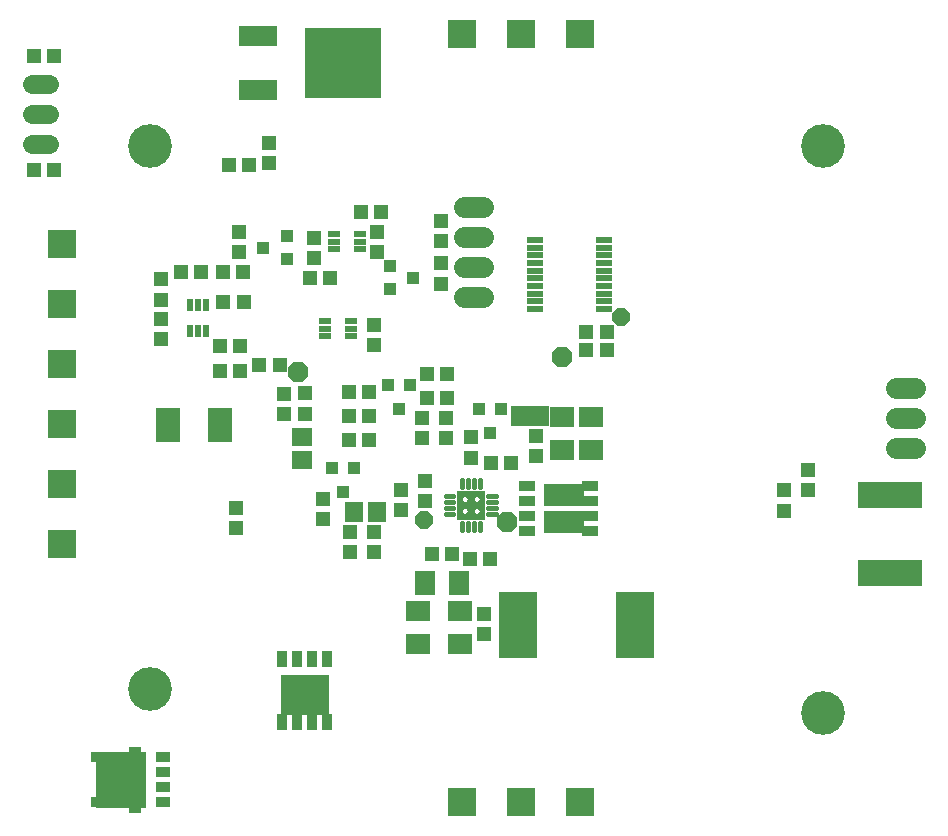
<source format=gts>
G75*
%MOIN*%
%OFA0B0*%
%FSLAX25Y25*%
%IPPOS*%
%LPD*%
%AMOC8*
5,1,8,0,0,1.08239X$1,22.5*
%
%ADD10C,0.14580*%
%ADD11R,0.04934X0.05052*%
%ADD12R,0.04737X0.05131*%
%ADD13R,0.05131X0.04737*%
%ADD14R,0.05052X0.04934*%
%ADD15R,0.07887X0.07099*%
%ADD16R,0.25209X0.23635*%
%ADD17R,0.12611X0.07099*%
%ADD18R,0.03950X0.04343*%
%ADD19R,0.04343X0.03950*%
%ADD20R,0.04737X0.03753*%
%ADD21R,0.16765X0.18753*%
%ADD22R,0.04154X0.02244*%
%ADD23R,0.02165X0.03543*%
%ADD24C,0.01654*%
%ADD25C,0.00039*%
%ADD26R,0.05524X0.01981*%
%ADD27R,0.01969X0.03937*%
%ADD28C,0.07137*%
%ADD29R,0.09658X0.09658*%
%ADD30R,0.13005X0.22454*%
%ADD31C,0.06400*%
%ADD32R,0.05800X0.03202*%
%ADD33R,0.13595X0.07296*%
%ADD34R,0.03937X0.01969*%
%ADD35R,0.03202X0.05800*%
%ADD36R,0.15945X0.13346*%
%ADD37R,0.07887X0.11430*%
%ADD38R,0.06706X0.05918*%
%ADD39R,0.05918X0.06706*%
%ADD40R,0.07099X0.07898*%
%ADD41R,0.21666X0.08674*%
%ADD42OC8,0.06737*%
%ADD43R,0.06737X0.06737*%
%ADD44OC8,0.05950*%
D10*
X0073441Y0081315D03*
X0073441Y0262417D03*
X0297850Y0262417D03*
X0297850Y0073441D03*
D11*
X0225705Y0194591D03*
X0218815Y0194591D03*
X0218815Y0200591D03*
X0225705Y0200591D03*
X0116705Y0189591D03*
X0109815Y0189591D03*
X0104705Y0210591D03*
X0097815Y0210591D03*
D12*
X0097913Y0220591D03*
X0104606Y0220591D03*
X0103260Y0227244D03*
X0103260Y0233937D03*
X0090606Y0220591D03*
X0083913Y0220591D03*
X0096913Y0195929D03*
X0103606Y0195929D03*
X0103606Y0187591D03*
X0096913Y0187591D03*
X0126913Y0218591D03*
X0133606Y0218591D03*
X0143913Y0240591D03*
X0150606Y0240591D03*
X0165913Y0186591D03*
X0172606Y0186591D03*
X0180480Y0165291D03*
X0180480Y0158598D03*
X0202299Y0159197D03*
X0202299Y0165890D03*
X0157260Y0147937D03*
X0157260Y0141244D03*
X0140260Y0133937D03*
X0140260Y0127244D03*
X0139913Y0164591D03*
X0146606Y0164591D03*
X0146606Y0172591D03*
X0139913Y0172591D03*
X0139913Y0180591D03*
X0146606Y0180591D03*
X0184976Y0106441D03*
X0184976Y0099748D03*
X0041598Y0254378D03*
X0034906Y0254378D03*
X0034906Y0292378D03*
X0041598Y0292378D03*
D13*
X0099748Y0256165D03*
X0106441Y0256165D03*
X0113189Y0256701D03*
X0113189Y0263394D03*
X0149260Y0233937D03*
X0149260Y0227244D03*
X0128260Y0225244D03*
X0128260Y0231937D03*
X0148260Y0202937D03*
X0148260Y0196244D03*
X0165913Y0178591D03*
X0164260Y0171937D03*
X0164260Y0165244D03*
X0172260Y0165244D03*
X0172260Y0171937D03*
X0172606Y0178591D03*
X0187181Y0156717D03*
X0193874Y0156717D03*
X0165260Y0150937D03*
X0165260Y0144244D03*
X0148260Y0133937D03*
X0148260Y0127244D03*
X0131260Y0138244D03*
X0131260Y0144937D03*
X0102260Y0141937D03*
X0102260Y0135244D03*
X0118260Y0173244D03*
X0118260Y0179937D03*
X0077260Y0198244D03*
X0077260Y0204937D03*
X0170457Y0230693D03*
X0170457Y0237386D03*
X0292795Y0154559D03*
X0292795Y0147866D03*
X0186787Y0124866D03*
X0180094Y0124866D03*
X0174150Y0126323D03*
X0167457Y0126323D03*
D14*
X0125260Y0173146D03*
X0125260Y0180035D03*
X0077260Y0211146D03*
X0077260Y0218035D03*
X0170457Y0216594D03*
X0170457Y0223484D03*
X0284850Y0147752D03*
X0284850Y0140862D03*
D15*
X0220409Y0160969D03*
X0210961Y0160969D03*
X0210961Y0171992D03*
X0220409Y0171992D03*
X0176669Y0107504D03*
X0176669Y0096480D03*
X0162929Y0096402D03*
X0162929Y0107425D03*
D16*
X0137898Y0289984D03*
D17*
X0109630Y0280988D03*
X0109630Y0298980D03*
D18*
X0152780Y0182720D03*
X0160260Y0182720D03*
X0156520Y0174846D03*
X0141491Y0155138D03*
X0134011Y0155138D03*
X0137751Y0147264D03*
X0183165Y0174815D03*
X0190646Y0174815D03*
X0186906Y0166941D03*
D19*
X0153421Y0214850D03*
X0153421Y0222331D03*
X0161295Y0218591D03*
X0119098Y0224850D03*
X0119098Y0232331D03*
X0111224Y0228591D03*
D20*
X0077677Y0058618D03*
X0077677Y0053618D03*
X0077677Y0048618D03*
X0077677Y0043618D03*
D21*
X0063927Y0051118D03*
D22*
X0068455Y0041020D03*
X0068455Y0061217D03*
D23*
X0054862Y0043618D03*
X0054862Y0058618D03*
D24*
X0172102Y0139827D02*
X0174543Y0139827D01*
X0174543Y0141795D02*
X0172102Y0141795D01*
X0172102Y0143764D02*
X0174543Y0143764D01*
X0174543Y0145732D02*
X0172102Y0145732D01*
X0177457Y0148646D02*
X0177457Y0151087D01*
X0179425Y0151087D02*
X0179425Y0148646D01*
X0181394Y0148646D02*
X0181394Y0151087D01*
X0183362Y0151087D02*
X0183362Y0148646D01*
X0186276Y0145732D02*
X0188717Y0145732D01*
X0188717Y0143764D02*
X0186276Y0143764D01*
X0186276Y0141795D02*
X0188717Y0141795D01*
X0188717Y0139827D02*
X0186276Y0139827D01*
X0183362Y0136913D02*
X0183362Y0134472D01*
X0181394Y0134472D02*
X0181394Y0136913D01*
X0179425Y0136913D02*
X0179425Y0134472D01*
X0177457Y0134472D02*
X0177457Y0136913D01*
D25*
X0175882Y0138252D02*
X0175882Y0140811D01*
X0177457Y0140811D01*
X0177490Y0140556D01*
X0177589Y0140319D01*
X0177745Y0140115D01*
X0177949Y0139959D01*
X0178186Y0139860D01*
X0178441Y0139827D01*
X0178696Y0139860D01*
X0178933Y0139959D01*
X0179137Y0140115D01*
X0179293Y0140319D01*
X0179392Y0140556D01*
X0179425Y0140811D01*
X0181394Y0140811D01*
X0181427Y0140556D01*
X0181526Y0140319D01*
X0181682Y0140115D01*
X0181886Y0139959D01*
X0182123Y0139860D01*
X0182378Y0139827D01*
X0182633Y0139860D01*
X0182870Y0139959D01*
X0183074Y0140115D01*
X0183230Y0140319D01*
X0183329Y0140556D01*
X0183362Y0140811D01*
X0184937Y0140811D01*
X0184937Y0138252D01*
X0175882Y0138252D01*
X0175882Y0138253D02*
X0184937Y0138253D01*
X0184937Y0138291D02*
X0175882Y0138291D01*
X0175882Y0138328D02*
X0184937Y0138328D01*
X0184937Y0138366D02*
X0175882Y0138366D01*
X0175882Y0138404D02*
X0184937Y0138404D01*
X0184937Y0138442D02*
X0175882Y0138442D01*
X0175882Y0138480D02*
X0184937Y0138480D01*
X0184937Y0138518D02*
X0175882Y0138518D01*
X0175882Y0138556D02*
X0184937Y0138556D01*
X0184937Y0138594D02*
X0175882Y0138594D01*
X0175882Y0138631D02*
X0184937Y0138631D01*
X0184937Y0138669D02*
X0175882Y0138669D01*
X0175882Y0138707D02*
X0184937Y0138707D01*
X0184937Y0138745D02*
X0175882Y0138745D01*
X0175882Y0138783D02*
X0184937Y0138783D01*
X0184937Y0138821D02*
X0175882Y0138821D01*
X0175882Y0138859D02*
X0184937Y0138859D01*
X0184937Y0138897D02*
X0175882Y0138897D01*
X0175882Y0138935D02*
X0184937Y0138935D01*
X0184937Y0138972D02*
X0175882Y0138972D01*
X0175882Y0139010D02*
X0184937Y0139010D01*
X0184937Y0139048D02*
X0175882Y0139048D01*
X0175882Y0139086D02*
X0184937Y0139086D01*
X0184937Y0139124D02*
X0175882Y0139124D01*
X0175882Y0139162D02*
X0184937Y0139162D01*
X0184937Y0139200D02*
X0175882Y0139200D01*
X0175882Y0139238D02*
X0184937Y0139238D01*
X0184937Y0139275D02*
X0175882Y0139275D01*
X0175882Y0139313D02*
X0184937Y0139313D01*
X0184937Y0139351D02*
X0175882Y0139351D01*
X0175882Y0139389D02*
X0184937Y0139389D01*
X0184937Y0139427D02*
X0175882Y0139427D01*
X0175882Y0139465D02*
X0184937Y0139465D01*
X0184937Y0139503D02*
X0175882Y0139503D01*
X0175882Y0139541D02*
X0184937Y0139541D01*
X0184937Y0139579D02*
X0175882Y0139579D01*
X0175882Y0139616D02*
X0184937Y0139616D01*
X0184937Y0139654D02*
X0175882Y0139654D01*
X0175882Y0139692D02*
X0184937Y0139692D01*
X0184937Y0139730D02*
X0175882Y0139730D01*
X0175882Y0139768D02*
X0184937Y0139768D01*
X0184937Y0139806D02*
X0175882Y0139806D01*
X0175882Y0139844D02*
X0178312Y0139844D01*
X0178135Y0139882D02*
X0175882Y0139882D01*
X0175882Y0139919D02*
X0178043Y0139919D01*
X0177952Y0139957D02*
X0175882Y0139957D01*
X0175882Y0139995D02*
X0177901Y0139995D01*
X0177852Y0140033D02*
X0175882Y0140033D01*
X0175882Y0140071D02*
X0177802Y0140071D01*
X0177753Y0140109D02*
X0175882Y0140109D01*
X0175882Y0140147D02*
X0177721Y0140147D01*
X0177692Y0140185D02*
X0175882Y0140185D01*
X0175882Y0140223D02*
X0177662Y0140223D01*
X0177633Y0140260D02*
X0175882Y0140260D01*
X0175882Y0140298D02*
X0177604Y0140298D01*
X0177581Y0140336D02*
X0175882Y0140336D01*
X0175882Y0140374D02*
X0177566Y0140374D01*
X0177550Y0140412D02*
X0175882Y0140412D01*
X0175882Y0140450D02*
X0177534Y0140450D01*
X0177519Y0140488D02*
X0175882Y0140488D01*
X0175882Y0140526D02*
X0177503Y0140526D01*
X0177489Y0140563D02*
X0175882Y0140563D01*
X0175882Y0140601D02*
X0177484Y0140601D01*
X0177479Y0140639D02*
X0175882Y0140639D01*
X0175882Y0140677D02*
X0177474Y0140677D01*
X0177469Y0140715D02*
X0175882Y0140715D01*
X0175882Y0140753D02*
X0177464Y0140753D01*
X0177459Y0140791D02*
X0175882Y0140791D01*
X0175882Y0140811D02*
X0175882Y0144748D01*
X0177457Y0144748D01*
X0177490Y0144493D01*
X0177589Y0144256D01*
X0177745Y0144052D01*
X0177949Y0143896D01*
X0178186Y0143797D01*
X0178441Y0143764D01*
X0178696Y0143797D01*
X0178933Y0143896D01*
X0179137Y0144052D01*
X0179293Y0144256D01*
X0179392Y0144493D01*
X0179425Y0144748D01*
X0181394Y0144748D01*
X0181427Y0144493D01*
X0181526Y0144256D01*
X0181682Y0144052D01*
X0181886Y0143896D01*
X0182123Y0143797D01*
X0182378Y0143764D01*
X0182633Y0143797D01*
X0182870Y0143896D01*
X0183074Y0144052D01*
X0183230Y0144256D01*
X0183329Y0144493D01*
X0183362Y0144748D01*
X0184937Y0144748D01*
X0184937Y0140811D01*
X0183362Y0140811D01*
X0183329Y0141066D01*
X0183230Y0141303D01*
X0183074Y0141507D01*
X0182870Y0141663D01*
X0182633Y0141762D01*
X0182378Y0141795D01*
X0182123Y0141762D01*
X0181886Y0141663D01*
X0181682Y0141507D01*
X0181526Y0141303D01*
X0181427Y0141066D01*
X0181394Y0140811D01*
X0179425Y0140811D01*
X0179392Y0141066D01*
X0179293Y0141303D01*
X0179137Y0141507D01*
X0178933Y0141663D01*
X0178696Y0141762D01*
X0178441Y0141795D01*
X0178186Y0141762D01*
X0177949Y0141663D01*
X0177745Y0141507D01*
X0177589Y0141303D01*
X0177490Y0141066D01*
X0177457Y0140811D01*
X0175882Y0140811D01*
X0175882Y0140829D02*
X0177459Y0140829D01*
X0177464Y0140866D02*
X0175882Y0140866D01*
X0175882Y0140904D02*
X0177469Y0140904D01*
X0177474Y0140942D02*
X0175882Y0140942D01*
X0175882Y0140980D02*
X0177479Y0140980D01*
X0177484Y0141018D02*
X0175882Y0141018D01*
X0175882Y0141056D02*
X0177489Y0141056D01*
X0177502Y0141094D02*
X0175882Y0141094D01*
X0175882Y0141132D02*
X0177518Y0141132D01*
X0177533Y0141170D02*
X0175882Y0141170D01*
X0175882Y0141207D02*
X0177549Y0141207D01*
X0177565Y0141245D02*
X0175882Y0141245D01*
X0175882Y0141283D02*
X0177580Y0141283D01*
X0177602Y0141321D02*
X0175882Y0141321D01*
X0175882Y0141359D02*
X0177631Y0141359D01*
X0177660Y0141397D02*
X0175882Y0141397D01*
X0175882Y0141435D02*
X0177690Y0141435D01*
X0177719Y0141473D02*
X0175882Y0141473D01*
X0175882Y0141510D02*
X0177750Y0141510D01*
X0177799Y0141548D02*
X0175882Y0141548D01*
X0175882Y0141586D02*
X0177848Y0141586D01*
X0177898Y0141624D02*
X0175882Y0141624D01*
X0175882Y0141662D02*
X0177947Y0141662D01*
X0178037Y0141700D02*
X0175882Y0141700D01*
X0175882Y0141738D02*
X0178128Y0141738D01*
X0178292Y0141776D02*
X0175882Y0141776D01*
X0175882Y0141814D02*
X0184937Y0141814D01*
X0184937Y0141851D02*
X0175882Y0141851D01*
X0175882Y0141889D02*
X0184937Y0141889D01*
X0184937Y0141927D02*
X0175882Y0141927D01*
X0175882Y0141965D02*
X0184937Y0141965D01*
X0184937Y0142003D02*
X0175882Y0142003D01*
X0175882Y0142041D02*
X0184937Y0142041D01*
X0184937Y0142079D02*
X0175882Y0142079D01*
X0175882Y0142117D02*
X0184937Y0142117D01*
X0184937Y0142154D02*
X0175882Y0142154D01*
X0175882Y0142192D02*
X0184937Y0142192D01*
X0184937Y0142230D02*
X0175882Y0142230D01*
X0175882Y0142268D02*
X0184937Y0142268D01*
X0184937Y0142306D02*
X0175882Y0142306D01*
X0175882Y0142344D02*
X0184937Y0142344D01*
X0184937Y0142382D02*
X0175882Y0142382D01*
X0175882Y0142420D02*
X0184937Y0142420D01*
X0184937Y0142458D02*
X0175882Y0142458D01*
X0175882Y0142495D02*
X0184937Y0142495D01*
X0184937Y0142533D02*
X0175882Y0142533D01*
X0175882Y0142571D02*
X0184937Y0142571D01*
X0184937Y0142609D02*
X0175882Y0142609D01*
X0175882Y0142647D02*
X0184937Y0142647D01*
X0184937Y0142685D02*
X0175882Y0142685D01*
X0175882Y0142723D02*
X0184937Y0142723D01*
X0184937Y0142761D02*
X0175882Y0142761D01*
X0175882Y0142798D02*
X0184937Y0142798D01*
X0184937Y0142836D02*
X0175882Y0142836D01*
X0175882Y0142874D02*
X0184937Y0142874D01*
X0184937Y0142912D02*
X0175882Y0142912D01*
X0175882Y0142950D02*
X0184937Y0142950D01*
X0184937Y0142988D02*
X0175882Y0142988D01*
X0175882Y0143026D02*
X0184937Y0143026D01*
X0184937Y0143064D02*
X0175882Y0143064D01*
X0175882Y0143102D02*
X0184937Y0143102D01*
X0184937Y0143139D02*
X0175882Y0143139D01*
X0175882Y0143177D02*
X0184937Y0143177D01*
X0184937Y0143215D02*
X0175882Y0143215D01*
X0175882Y0143253D02*
X0184937Y0143253D01*
X0184937Y0143291D02*
X0175882Y0143291D01*
X0175882Y0143329D02*
X0184937Y0143329D01*
X0184937Y0143367D02*
X0175882Y0143367D01*
X0175882Y0143405D02*
X0184937Y0143405D01*
X0184937Y0143442D02*
X0175882Y0143442D01*
X0175882Y0143480D02*
X0184937Y0143480D01*
X0184937Y0143518D02*
X0175882Y0143518D01*
X0175882Y0143556D02*
X0184937Y0143556D01*
X0184937Y0143594D02*
X0175882Y0143594D01*
X0175882Y0143632D02*
X0184937Y0143632D01*
X0184937Y0143670D02*
X0175882Y0143670D01*
X0175882Y0143708D02*
X0184937Y0143708D01*
X0184937Y0143745D02*
X0175882Y0143745D01*
X0175882Y0143783D02*
X0178292Y0143783D01*
X0178128Y0143821D02*
X0175882Y0143821D01*
X0175882Y0143859D02*
X0178037Y0143859D01*
X0177947Y0143897D02*
X0175882Y0143897D01*
X0175882Y0143935D02*
X0177898Y0143935D01*
X0177848Y0143973D02*
X0175882Y0143973D01*
X0175882Y0144011D02*
X0177799Y0144011D01*
X0177750Y0144049D02*
X0175882Y0144049D01*
X0175882Y0144086D02*
X0177719Y0144086D01*
X0177690Y0144124D02*
X0175882Y0144124D01*
X0175882Y0144162D02*
X0177660Y0144162D01*
X0177631Y0144200D02*
X0175882Y0144200D01*
X0175882Y0144238D02*
X0177602Y0144238D01*
X0177580Y0144276D02*
X0175882Y0144276D01*
X0175882Y0144314D02*
X0177565Y0144314D01*
X0177549Y0144352D02*
X0175882Y0144352D01*
X0175882Y0144389D02*
X0177533Y0144389D01*
X0177518Y0144427D02*
X0175882Y0144427D01*
X0175882Y0144465D02*
X0177502Y0144465D01*
X0177489Y0144503D02*
X0175882Y0144503D01*
X0175882Y0144541D02*
X0177484Y0144541D01*
X0177479Y0144579D02*
X0175882Y0144579D01*
X0175882Y0144617D02*
X0177474Y0144617D01*
X0177469Y0144655D02*
X0175882Y0144655D01*
X0175882Y0144693D02*
X0177464Y0144693D01*
X0177459Y0144730D02*
X0175882Y0144730D01*
X0175882Y0144748D02*
X0175882Y0147307D01*
X0184937Y0147307D01*
X0184937Y0144748D01*
X0183362Y0144748D01*
X0183329Y0145003D01*
X0183230Y0145240D01*
X0183074Y0145444D01*
X0182870Y0145600D01*
X0182633Y0145699D01*
X0182378Y0145732D01*
X0182123Y0145699D01*
X0181886Y0145600D01*
X0181682Y0145444D01*
X0181526Y0145240D01*
X0181427Y0145003D01*
X0181394Y0144748D01*
X0179425Y0144748D01*
X0179392Y0145003D01*
X0179293Y0145240D01*
X0179137Y0145444D01*
X0178933Y0145600D01*
X0178696Y0145699D01*
X0178441Y0145732D01*
X0178186Y0145699D01*
X0177949Y0145600D01*
X0177745Y0145444D01*
X0177589Y0145240D01*
X0177490Y0145003D01*
X0177457Y0144748D01*
X0175882Y0144748D01*
X0175882Y0144768D02*
X0177459Y0144768D01*
X0177464Y0144806D02*
X0175882Y0144806D01*
X0175882Y0144844D02*
X0177469Y0144844D01*
X0177474Y0144882D02*
X0175882Y0144882D01*
X0175882Y0144920D02*
X0177479Y0144920D01*
X0177484Y0144958D02*
X0175882Y0144958D01*
X0175882Y0144996D02*
X0177489Y0144996D01*
X0177503Y0145033D02*
X0175882Y0145033D01*
X0175882Y0145071D02*
X0177519Y0145071D01*
X0177534Y0145109D02*
X0175882Y0145109D01*
X0175882Y0145147D02*
X0177550Y0145147D01*
X0177566Y0145185D02*
X0175882Y0145185D01*
X0175882Y0145223D02*
X0177581Y0145223D01*
X0177604Y0145261D02*
X0175882Y0145261D01*
X0175882Y0145299D02*
X0177633Y0145299D01*
X0177662Y0145337D02*
X0175882Y0145337D01*
X0175882Y0145374D02*
X0177692Y0145374D01*
X0177721Y0145412D02*
X0175882Y0145412D01*
X0175882Y0145450D02*
X0177753Y0145450D01*
X0177802Y0145488D02*
X0175882Y0145488D01*
X0175882Y0145526D02*
X0177852Y0145526D01*
X0177901Y0145564D02*
X0175882Y0145564D01*
X0175882Y0145602D02*
X0177952Y0145602D01*
X0178043Y0145640D02*
X0175882Y0145640D01*
X0175882Y0145677D02*
X0178135Y0145677D01*
X0178312Y0145715D02*
X0175882Y0145715D01*
X0175882Y0145753D02*
X0184937Y0145753D01*
X0184937Y0145715D02*
X0182507Y0145715D01*
X0182684Y0145677D02*
X0184937Y0145677D01*
X0184937Y0145640D02*
X0182776Y0145640D01*
X0182867Y0145602D02*
X0184937Y0145602D01*
X0184937Y0145564D02*
X0182918Y0145564D01*
X0182967Y0145526D02*
X0184937Y0145526D01*
X0184937Y0145488D02*
X0183017Y0145488D01*
X0183066Y0145450D02*
X0184937Y0145450D01*
X0184937Y0145412D02*
X0183098Y0145412D01*
X0183127Y0145374D02*
X0184937Y0145374D01*
X0184937Y0145337D02*
X0183156Y0145337D01*
X0183185Y0145299D02*
X0184937Y0145299D01*
X0184937Y0145261D02*
X0183215Y0145261D01*
X0183238Y0145223D02*
X0184937Y0145223D01*
X0184937Y0145185D02*
X0183253Y0145185D01*
X0183269Y0145147D02*
X0184937Y0145147D01*
X0184937Y0145109D02*
X0183285Y0145109D01*
X0183300Y0145071D02*
X0184937Y0145071D01*
X0184937Y0145033D02*
X0183316Y0145033D01*
X0183330Y0144996D02*
X0184937Y0144996D01*
X0184937Y0144958D02*
X0183335Y0144958D01*
X0183340Y0144920D02*
X0184937Y0144920D01*
X0184937Y0144882D02*
X0183345Y0144882D01*
X0183350Y0144844D02*
X0184937Y0144844D01*
X0184937Y0144806D02*
X0183355Y0144806D01*
X0183360Y0144768D02*
X0184937Y0144768D01*
X0184937Y0144730D02*
X0183360Y0144730D01*
X0183355Y0144693D02*
X0184937Y0144693D01*
X0184937Y0144655D02*
X0183350Y0144655D01*
X0183345Y0144617D02*
X0184937Y0144617D01*
X0184937Y0144579D02*
X0183340Y0144579D01*
X0183335Y0144541D02*
X0184937Y0144541D01*
X0184937Y0144503D02*
X0183330Y0144503D01*
X0183317Y0144465D02*
X0184937Y0144465D01*
X0184937Y0144427D02*
X0183301Y0144427D01*
X0183286Y0144389D02*
X0184937Y0144389D01*
X0184937Y0144352D02*
X0183270Y0144352D01*
X0183254Y0144314D02*
X0184937Y0144314D01*
X0184937Y0144276D02*
X0183239Y0144276D01*
X0183217Y0144238D02*
X0184937Y0144238D01*
X0184937Y0144200D02*
X0183187Y0144200D01*
X0183158Y0144162D02*
X0184937Y0144162D01*
X0184937Y0144124D02*
X0183129Y0144124D01*
X0183100Y0144086D02*
X0184937Y0144086D01*
X0184937Y0144049D02*
X0183069Y0144049D01*
X0183020Y0144011D02*
X0184937Y0144011D01*
X0184937Y0143973D02*
X0182971Y0143973D01*
X0182921Y0143935D02*
X0184937Y0143935D01*
X0184937Y0143897D02*
X0182872Y0143897D01*
X0182782Y0143859D02*
X0184937Y0143859D01*
X0184937Y0143821D02*
X0182690Y0143821D01*
X0182527Y0143783D02*
X0184937Y0143783D01*
X0184937Y0141776D02*
X0182527Y0141776D01*
X0182691Y0141738D02*
X0184937Y0141738D01*
X0184937Y0141700D02*
X0182782Y0141700D01*
X0182872Y0141662D02*
X0184937Y0141662D01*
X0184937Y0141624D02*
X0182921Y0141624D01*
X0182971Y0141586D02*
X0184937Y0141586D01*
X0184937Y0141548D02*
X0183020Y0141548D01*
X0183069Y0141510D02*
X0184937Y0141510D01*
X0184937Y0141473D02*
X0183100Y0141473D01*
X0183129Y0141435D02*
X0184937Y0141435D01*
X0184937Y0141397D02*
X0183158Y0141397D01*
X0183188Y0141359D02*
X0184937Y0141359D01*
X0184937Y0141321D02*
X0183217Y0141321D01*
X0183239Y0141283D02*
X0184937Y0141283D01*
X0184937Y0141245D02*
X0183254Y0141245D01*
X0183270Y0141207D02*
X0184937Y0141207D01*
X0184937Y0141170D02*
X0183286Y0141170D01*
X0183301Y0141132D02*
X0184937Y0141132D01*
X0184937Y0141094D02*
X0183317Y0141094D01*
X0183330Y0141056D02*
X0184937Y0141056D01*
X0184937Y0141018D02*
X0183335Y0141018D01*
X0183340Y0140980D02*
X0184937Y0140980D01*
X0184937Y0140942D02*
X0183345Y0140942D01*
X0183350Y0140904D02*
X0184937Y0140904D01*
X0184937Y0140866D02*
X0183355Y0140866D01*
X0183360Y0140829D02*
X0184937Y0140829D01*
X0184937Y0140791D02*
X0183360Y0140791D01*
X0183355Y0140753D02*
X0184937Y0140753D01*
X0184937Y0140715D02*
X0183350Y0140715D01*
X0183345Y0140677D02*
X0184937Y0140677D01*
X0184937Y0140639D02*
X0183340Y0140639D01*
X0183335Y0140601D02*
X0184937Y0140601D01*
X0184937Y0140563D02*
X0183330Y0140563D01*
X0183316Y0140526D02*
X0184937Y0140526D01*
X0184937Y0140488D02*
X0183300Y0140488D01*
X0183285Y0140450D02*
X0184937Y0140450D01*
X0184937Y0140412D02*
X0183269Y0140412D01*
X0183253Y0140374D02*
X0184937Y0140374D01*
X0184937Y0140336D02*
X0183237Y0140336D01*
X0183215Y0140298D02*
X0184937Y0140298D01*
X0184937Y0140260D02*
X0183185Y0140260D01*
X0183156Y0140223D02*
X0184937Y0140223D01*
X0184937Y0140185D02*
X0183127Y0140185D01*
X0183098Y0140147D02*
X0184937Y0140147D01*
X0184937Y0140109D02*
X0183066Y0140109D01*
X0183016Y0140071D02*
X0184937Y0140071D01*
X0184937Y0140033D02*
X0182967Y0140033D01*
X0182918Y0139995D02*
X0184937Y0139995D01*
X0184937Y0139957D02*
X0182867Y0139957D01*
X0182776Y0139919D02*
X0184937Y0139919D01*
X0184937Y0139882D02*
X0182684Y0139882D01*
X0182507Y0139844D02*
X0184937Y0139844D01*
X0182249Y0139844D02*
X0178570Y0139844D01*
X0178747Y0139882D02*
X0182072Y0139882D01*
X0181980Y0139919D02*
X0178838Y0139919D01*
X0178930Y0139957D02*
X0181889Y0139957D01*
X0181838Y0139995D02*
X0178981Y0139995D01*
X0179030Y0140033D02*
X0181789Y0140033D01*
X0181739Y0140071D02*
X0179079Y0140071D01*
X0179129Y0140109D02*
X0181690Y0140109D01*
X0181658Y0140147D02*
X0179161Y0140147D01*
X0179190Y0140185D02*
X0181629Y0140185D01*
X0181600Y0140223D02*
X0179219Y0140223D01*
X0179248Y0140260D02*
X0181570Y0140260D01*
X0181541Y0140298D02*
X0179278Y0140298D01*
X0179300Y0140336D02*
X0181518Y0140336D01*
X0181503Y0140374D02*
X0179316Y0140374D01*
X0179332Y0140412D02*
X0181487Y0140412D01*
X0181471Y0140450D02*
X0179348Y0140450D01*
X0179363Y0140488D02*
X0181456Y0140488D01*
X0181440Y0140526D02*
X0179379Y0140526D01*
X0179393Y0140563D02*
X0181426Y0140563D01*
X0181421Y0140601D02*
X0179398Y0140601D01*
X0179403Y0140639D02*
X0181416Y0140639D01*
X0181411Y0140677D02*
X0179408Y0140677D01*
X0179413Y0140715D02*
X0181406Y0140715D01*
X0181401Y0140753D02*
X0179418Y0140753D01*
X0179423Y0140791D02*
X0181396Y0140791D01*
X0181396Y0140829D02*
X0179423Y0140829D01*
X0179418Y0140866D02*
X0181401Y0140866D01*
X0181406Y0140904D02*
X0179413Y0140904D01*
X0179408Y0140942D02*
X0181411Y0140942D01*
X0181416Y0140980D02*
X0179403Y0140980D01*
X0179398Y0141018D02*
X0181421Y0141018D01*
X0181426Y0141056D02*
X0179393Y0141056D01*
X0179380Y0141094D02*
X0181439Y0141094D01*
X0181455Y0141132D02*
X0179364Y0141132D01*
X0179349Y0141170D02*
X0181470Y0141170D01*
X0181486Y0141207D02*
X0179333Y0141207D01*
X0179317Y0141245D02*
X0181502Y0141245D01*
X0181517Y0141283D02*
X0179302Y0141283D01*
X0179280Y0141321D02*
X0181539Y0141321D01*
X0181568Y0141359D02*
X0179251Y0141359D01*
X0179221Y0141397D02*
X0181597Y0141397D01*
X0181627Y0141435D02*
X0179192Y0141435D01*
X0179163Y0141473D02*
X0181656Y0141473D01*
X0181687Y0141510D02*
X0179132Y0141510D01*
X0179083Y0141548D02*
X0181736Y0141548D01*
X0181785Y0141586D02*
X0179034Y0141586D01*
X0178984Y0141624D02*
X0181835Y0141624D01*
X0181884Y0141662D02*
X0178935Y0141662D01*
X0178845Y0141700D02*
X0181974Y0141700D01*
X0182065Y0141738D02*
X0178754Y0141738D01*
X0178590Y0141776D02*
X0182229Y0141776D01*
X0182229Y0143783D02*
X0178590Y0143783D01*
X0178753Y0143821D02*
X0182065Y0143821D01*
X0181974Y0143859D02*
X0178845Y0143859D01*
X0178935Y0143897D02*
X0181884Y0143897D01*
X0181835Y0143935D02*
X0178984Y0143935D01*
X0179034Y0143973D02*
X0181785Y0143973D01*
X0181736Y0144011D02*
X0179083Y0144011D01*
X0179132Y0144049D02*
X0181687Y0144049D01*
X0181656Y0144086D02*
X0179163Y0144086D01*
X0179192Y0144124D02*
X0181627Y0144124D01*
X0181597Y0144162D02*
X0179221Y0144162D01*
X0179250Y0144200D02*
X0181568Y0144200D01*
X0181539Y0144238D02*
X0179280Y0144238D01*
X0179302Y0144276D02*
X0181517Y0144276D01*
X0181502Y0144314D02*
X0179317Y0144314D01*
X0179333Y0144352D02*
X0181486Y0144352D01*
X0181470Y0144389D02*
X0179349Y0144389D01*
X0179364Y0144427D02*
X0181455Y0144427D01*
X0181439Y0144465D02*
X0179380Y0144465D01*
X0179393Y0144503D02*
X0181426Y0144503D01*
X0181421Y0144541D02*
X0179398Y0144541D01*
X0179403Y0144579D02*
X0181416Y0144579D01*
X0181411Y0144617D02*
X0179408Y0144617D01*
X0179413Y0144655D02*
X0181406Y0144655D01*
X0181401Y0144693D02*
X0179418Y0144693D01*
X0179423Y0144730D02*
X0181396Y0144730D01*
X0181396Y0144768D02*
X0179423Y0144768D01*
X0179418Y0144806D02*
X0181401Y0144806D01*
X0181406Y0144844D02*
X0179413Y0144844D01*
X0179408Y0144882D02*
X0181411Y0144882D01*
X0181416Y0144920D02*
X0179403Y0144920D01*
X0179398Y0144958D02*
X0181421Y0144958D01*
X0181426Y0144996D02*
X0179393Y0144996D01*
X0179379Y0145033D02*
X0181440Y0145033D01*
X0181456Y0145071D02*
X0179363Y0145071D01*
X0179348Y0145109D02*
X0181471Y0145109D01*
X0181487Y0145147D02*
X0179332Y0145147D01*
X0179316Y0145185D02*
X0181503Y0145185D01*
X0181518Y0145223D02*
X0179301Y0145223D01*
X0179278Y0145261D02*
X0181541Y0145261D01*
X0181570Y0145299D02*
X0179248Y0145299D01*
X0179219Y0145337D02*
X0181599Y0145337D01*
X0181629Y0145374D02*
X0179190Y0145374D01*
X0179161Y0145412D02*
X0181658Y0145412D01*
X0181690Y0145450D02*
X0179129Y0145450D01*
X0179080Y0145488D02*
X0181739Y0145488D01*
X0181789Y0145526D02*
X0179030Y0145526D01*
X0178981Y0145564D02*
X0181838Y0145564D01*
X0181889Y0145602D02*
X0178930Y0145602D01*
X0178839Y0145640D02*
X0181980Y0145640D01*
X0182072Y0145677D02*
X0178747Y0145677D01*
X0178570Y0145715D02*
X0182249Y0145715D01*
X0184937Y0145791D02*
X0175882Y0145791D01*
X0175882Y0145829D02*
X0184937Y0145829D01*
X0184937Y0145867D02*
X0175882Y0145867D01*
X0175882Y0145905D02*
X0184937Y0145905D01*
X0184937Y0145943D02*
X0175882Y0145943D01*
X0175882Y0145980D02*
X0184937Y0145980D01*
X0184937Y0146018D02*
X0175882Y0146018D01*
X0175882Y0146056D02*
X0184937Y0146056D01*
X0184937Y0146094D02*
X0175882Y0146094D01*
X0175882Y0146132D02*
X0184937Y0146132D01*
X0184937Y0146170D02*
X0175882Y0146170D01*
X0175882Y0146208D02*
X0184937Y0146208D01*
X0184937Y0146246D02*
X0175882Y0146246D01*
X0175882Y0146284D02*
X0184937Y0146284D01*
X0184937Y0146321D02*
X0175882Y0146321D01*
X0175882Y0146359D02*
X0184937Y0146359D01*
X0184937Y0146397D02*
X0175882Y0146397D01*
X0175882Y0146435D02*
X0184937Y0146435D01*
X0184937Y0146473D02*
X0175882Y0146473D01*
X0175882Y0146511D02*
X0184937Y0146511D01*
X0184937Y0146549D02*
X0175882Y0146549D01*
X0175882Y0146587D02*
X0184937Y0146587D01*
X0184937Y0146624D02*
X0175882Y0146624D01*
X0175882Y0146662D02*
X0184937Y0146662D01*
X0184937Y0146700D02*
X0175882Y0146700D01*
X0175882Y0146738D02*
X0184937Y0146738D01*
X0184937Y0146776D02*
X0175882Y0146776D01*
X0175882Y0146814D02*
X0184937Y0146814D01*
X0184937Y0146852D02*
X0175882Y0146852D01*
X0175882Y0146890D02*
X0184937Y0146890D01*
X0184937Y0146928D02*
X0175882Y0146928D01*
X0175882Y0146965D02*
X0184937Y0146965D01*
X0184937Y0147003D02*
X0175882Y0147003D01*
X0175882Y0147041D02*
X0184937Y0147041D01*
X0184937Y0147079D02*
X0175882Y0147079D01*
X0175882Y0147117D02*
X0184937Y0147117D01*
X0184937Y0147155D02*
X0175882Y0147155D01*
X0175882Y0147193D02*
X0184937Y0147193D01*
X0184937Y0147231D02*
X0175882Y0147231D01*
X0175882Y0147268D02*
X0184937Y0147268D01*
X0184937Y0147306D02*
X0175882Y0147306D01*
D26*
X0201843Y0208075D03*
X0201843Y0210634D03*
X0201843Y0213193D03*
X0201843Y0215752D03*
X0201843Y0218311D03*
X0201843Y0220870D03*
X0201843Y0223429D03*
X0201843Y0225988D03*
X0201843Y0228547D03*
X0201843Y0231106D03*
X0224678Y0231106D03*
X0224678Y0228547D03*
X0224678Y0225988D03*
X0224678Y0223429D03*
X0224678Y0220870D03*
X0224678Y0218311D03*
X0224678Y0215752D03*
X0224678Y0213193D03*
X0224678Y0210634D03*
X0224678Y0208075D03*
D27*
X0092094Y0209323D03*
X0089535Y0209323D03*
X0086976Y0209323D03*
X0086976Y0200661D03*
X0089535Y0200661D03*
X0092094Y0200661D03*
D28*
X0178288Y0212039D02*
X0184625Y0212039D01*
X0184625Y0222039D02*
X0178288Y0222039D01*
X0178288Y0232039D02*
X0184625Y0232039D01*
X0184625Y0242039D02*
X0178288Y0242039D01*
X0322241Y0181866D02*
X0328578Y0181866D01*
X0328578Y0171866D02*
X0322241Y0171866D01*
X0322241Y0161866D02*
X0328578Y0161866D01*
D29*
X0216945Y0043913D03*
X0197260Y0043913D03*
X0177575Y0043913D03*
X0044307Y0129740D03*
X0044307Y0149740D03*
X0044307Y0169740D03*
X0044307Y0189740D03*
X0044307Y0209740D03*
X0044307Y0229740D03*
X0177575Y0299819D03*
X0197260Y0299819D03*
X0216945Y0299819D03*
D30*
X0235075Y0102701D03*
X0196295Y0102701D03*
D31*
X0039816Y0263252D02*
X0034216Y0263252D01*
X0034216Y0273252D02*
X0039816Y0273252D01*
X0039816Y0283252D02*
X0034216Y0283252D01*
D32*
X0199228Y0149217D03*
X0199228Y0144217D03*
X0199228Y0139217D03*
X0199228Y0134217D03*
X0220252Y0134217D03*
X0220252Y0139217D03*
X0220252Y0144217D03*
X0220252Y0149217D03*
D33*
X0211354Y0146165D03*
X0211354Y0137268D03*
D34*
X0140591Y0199031D03*
X0140591Y0201591D03*
X0140591Y0204150D03*
X0131929Y0204150D03*
X0131929Y0201591D03*
X0131929Y0199031D03*
X0134929Y0228031D03*
X0134929Y0230591D03*
X0134929Y0233150D03*
X0143591Y0233150D03*
X0143591Y0230591D03*
X0143591Y0228031D03*
D35*
X0132634Y0091606D03*
X0127634Y0091606D03*
X0122634Y0091606D03*
X0117634Y0091606D03*
X0117634Y0070583D03*
X0122634Y0070583D03*
X0127634Y0070583D03*
X0132634Y0070583D03*
D36*
X0125134Y0079480D03*
D37*
X0096921Y0169591D03*
X0079598Y0169591D03*
D38*
X0124260Y0165331D03*
X0124260Y0157850D03*
D39*
X0141520Y0140591D03*
X0149000Y0140591D03*
D40*
X0165205Y0116874D03*
X0176402Y0116874D03*
D41*
X0320260Y0120268D03*
X0320260Y0146252D03*
D42*
X0210961Y0192039D03*
X0192457Y0137031D03*
X0122961Y0187039D03*
D43*
X0197260Y0172591D03*
X0203260Y0172591D03*
D44*
X0230449Y0205409D03*
X0164866Y0137772D03*
M02*

</source>
